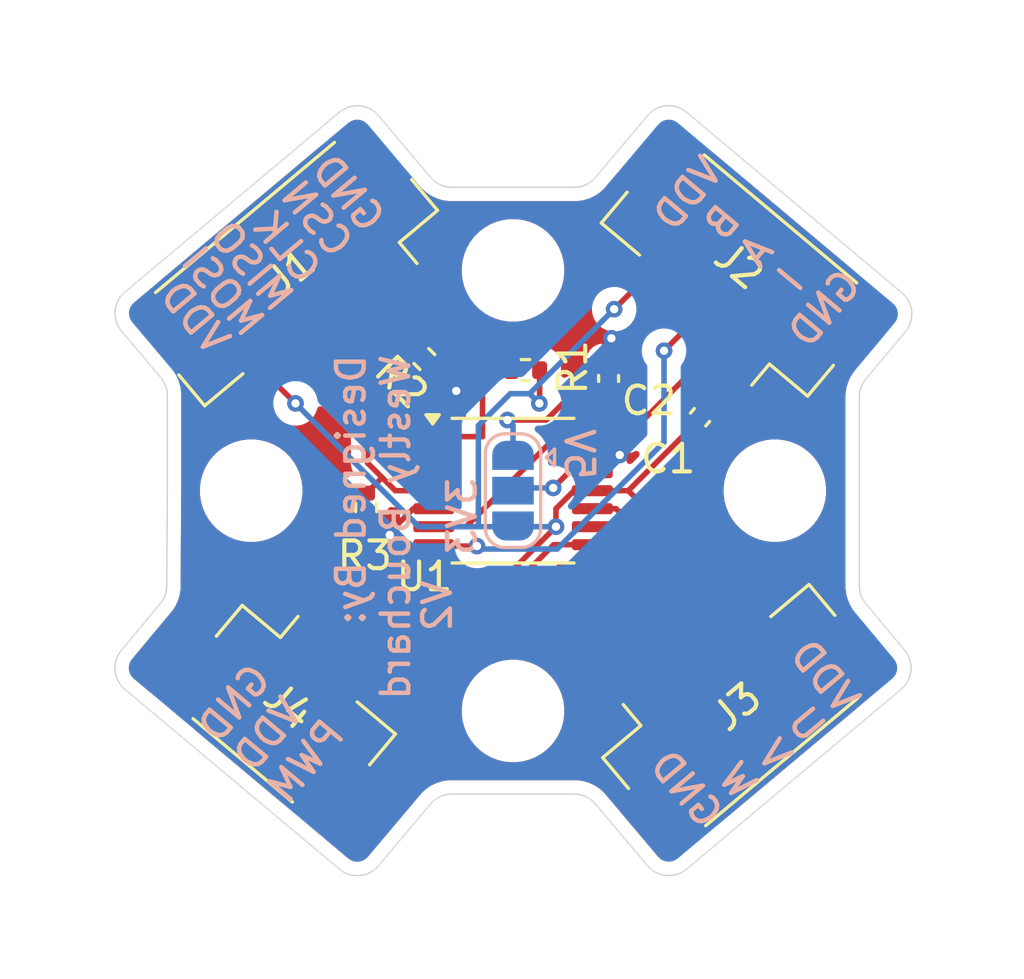
<source format=kicad_pcb>
(kicad_pcb (version 20241229) (generator "pcbnew") (generator_version "9.0")
  (layers (0 "F.Cu" signal) (2 "B.Cu" signal) (13 "F.Paste" user) (15 "B.Paste" user) (5 "F.SilkS" user "F.Silkscreen") (7 "B.SilkS" user "B.Silkscreen") (1 "F.Mask" user) (3 "B.Mask" user) (25 "Edge.Cuts" user))
  (net 0 "")
  (net 1 "GND")
  (net 2 "VDD")
  (net 3 "Net-(JP1-A)")
  (net 5 "Net-(J1-Pin_3)")
  (net 6 "Net-(J1-Pin_5)")
  (net 7 "Net-(J1-Pin_4)")
  (net 8 "Net-(J1-Pin_2)")
  (net 9 "Net-(J2-Pin_4)")
  (net 11 "Net-(J2-Pin_2)")
  (net 12 "Net-(J2-Pin_3)")
  (net 13 "Net-(J3-Pin_4)")
  (net 14 "Net-(J3-Pin_2)")
  (net 16 "Net-(J3-Pin_3)")
  (net 18 "Net-(JP1-C)")
  (footprint "Connector_JST:JST_GH_SM06B-GHS-TB_1x06-1MP_P1.25mm_Horizontal" (layer "F.Cu") (at 141.975 92.1 -140)
    (property "Reference" "J1" (at 0 0 220) (layer "F.SilkS"))
    (property "Value" "Conn_01x06_MountingPin")
    (fp_line (start 5.485 -0.26) (end 5.485 -1.71) (stroke (width 0.12)) (layer "F.SilkS"))
    (fp_line (start 5.485 -1.71) (end 3.685 -1.71) (stroke (width 0.12)) (layer "F.SilkS"))
    (fp_line (start -4.215 2.56) (end 4.215 2.56) (stroke (width 0.12)) (layer "F.SilkS"))
    (fp_line (start -3.685 -1.710001) (end -3.685 -2.7) (stroke (width 0.12)) (layer "F.SilkS"))
    (fp_line (start -5.485 -0.260001) (end -5.485 -1.71) (stroke (width 0.12)) (layer "F.SilkS"))
    (fp_line (start -5.485 -1.71) (end -3.685 -1.710001) (stroke (width 0.12)) (layer "F.SilkS"))
    (pad "1" smd roundrect (at -3.125 -1.85 220) (size 0.6 1.7) (layers "F.Cu" "F.Mask" "F.Paste") (net 1 "GND"))
    (pad "2" smd roundrect (at -1.875 -1.849999 220) (size 0.6 1.7) (layers "F.Cu" "F.Mask" "F.Paste") (net 8 "Net-(J1-Pin_2)"))
    (pad "3" smd roundrect (at -0.625 -1.85 220) (size 0.6 1.7) (layers "F.Cu" "F.Mask" "F.Paste") (net 5 "Net-(J1-Pin_3)"))
    (pad "4" smd roundrect (at 0.625 -1.849999 220) (size 0.6 1.7) (layers "F.Cu" "F.Mask" "F.Paste") (net 7 "Net-(J1-Pin_4)"))
    (pad "5" smd roundrect (at 1.875 -1.85 220) (size 0.6 1.7) (layers "F.Cu" "F.Mask" "F.Paste") (net 6 "Net-(J1-Pin_5)"))
    (pad "6" smd roundrect (at 3.125 -1.85 220) (size 0.6 1.7) (layers "F.Cu" "F.Mask" "F.Paste") (net 2 "VDD"))
    (pad "MP" smd roundrect (at -4.975 1.35 220) (size 1 2.7) (layers "F.Cu" "F.Mask" "F.Paste"))
    (pad "MP" smd roundrect (at 4.974999 1.35 220) (size 1 2.7) (layers "F.Cu" "F.Mask" "F.Paste"))
  )
  (footprint "Package_SO:TSSOP-14_4.4x5mm_P0.65mm" (layer "F.Cu") (at 150 100)
    (property "Reference" "U1" (at -3.2 3.1 0) (layer "F.SilkS"))
    (property "Value" "AS5047P")
    (fp_line (start 0 -2.61) (end -2.2 -2.61) (stroke (width 0.12)) (layer "F.SilkS"))
    (fp_line (start 0 -2.61) (end 2.2 -2.61) (stroke (width 0.12)) (layer "F.SilkS"))
    (fp_line (start 0 2.61) (end -2.2 2.61) (stroke (width 0.12)) (layer "F.SilkS"))
    (fp_line (start 0 2.61) (end 2.2 2.61) (stroke (width 0.12)) (layer "F.SilkS"))
    (fp_poly (pts (xy -2.9 -2.41) (xy -3.14 -2.74) (xy -2.66 -2.74)) (stroke (width 0.12)) (fill yes) (layer "F.SilkS"))
    (pad "1" smd roundrect (at -2.8625 -1.95) (size 1.475 0.4) (layers "F.Cu" "F.Mask" "F.Paste") (net 8 "Net-(J1-Pin_2)"))
    (pad "2" smd roundrect (at -2.8625 -1.3) (size 1.475 0.4) (layers "F.Cu" "F.Mask" "F.Paste") (net 5 "Net-(J1-Pin_3)"))
    (pad "3" smd roundrect (at -2.8625 -0.65) (size 1.475 0.4) (layers "F.Cu" "F.Mask" "F.Paste") (net 7 "Net-(J1-Pin_4)"))
    (pad "4" smd roundrect (at -2.8625 0) (size 1.475 0.4) (layers "F.Cu" "F.Mask" "F.Paste") (net 6 "Net-(J1-Pin_5)"))
    (pad "5" smd roundrect (at -2.8625 0.65) (size 1.475 0.4) (layers "F.Cu" "F.Mask" "F.Paste") (net 1 "GND"))
    (pad "6" smd roundrect (at -2.8625 1.3) (size 1.475 0.4) (layers "F.Cu" "F.Mask" "F.Paste") (net 9 "Net-(J2-Pin_4)"))
    (pad "7" smd roundrect (at -2.8625 1.95) (size 1.475 0.4) (layers "F.Cu" "F.Mask" "F.Paste") (net 12 "Net-(J2-Pin_3)"))
    (pad "8" smd roundrect (at 2.8625 1.95) (size 1.475 0.4) (layers "F.Cu" "F.Mask" "F.Paste") (net 14 "Net-(J3-Pin_2)"))
    (pad "9" smd roundrect (at 2.8625 1.3) (size 1.475 0.4) (layers "F.Cu" "F.Mask" "F.Paste") (net 16 "Net-(J3-Pin_3)"))
    (pad "10" smd roundrect (at 2.8625 0.65) (size 1.475 0.4) (layers "F.Cu" "F.Mask" "F.Paste") (net 13 "Net-(J3-Pin_4)"))
    (pad "11" smd roundrect (at 2.8625 0) (size 1.475 0.4) (layers "F.Cu" "F.Mask" "F.Paste") (net 2 "VDD"))
    (pad "12" smd roundrect (at 2.8625 -0.65) (size 1.475 0.4) (layers "F.Cu" "F.Mask" "F.Paste") (net 18 "Net-(JP1-C)"))
    (pad "13" smd roundrect (at 2.8625 -1.3) (size 1.475 0.4) (layers "F.Cu" "F.Mask" "F.Paste") (net 1 "GND"))
    (pad "14" smd roundrect (at 2.8625 -1.95) (size 1.475 0.4) (layers "F.Cu" "F.Mask" "F.Paste") (net 11 "Net-(J2-Pin_2)"))
  )
  (footprint "Connector_JST:JST_GH_SM03B-GHS-TB_1x03-1MP_P1.25mm_Horizontal" (layer "F.Cu") (at 141.891836 107.771537 -40)
    (property "Reference" "J4" (at 0 0 320) (layer "F.SilkS"))
    (property "Value" "Conn_01x03_MountingPin")
    (fp_line (start -2.34 2.56) (end 2.34 2.56) (stroke (width 0.12)) (layer "F.SilkS"))
    (fp_line (start -3.61 -0.26) (end -3.61 -1.71) (stroke (width 0.12)) (layer "F.SilkS"))
    (fp_line (start -3.61 -1.71) (end -1.810001 -1.71) (stroke (width 0.12)) (layer "F.SilkS"))
    (fp_line (start -1.810001 -1.71) (end -1.81 -2.7) (stroke (width 0.12)) (layer "F.SilkS"))
    (fp_line (start 3.61 -0.26) (end 3.61 -1.71) (stroke (width 0.12)) (layer "F.SilkS"))
    (fp_line (start 3.61 -1.71) (end 1.81 -1.71) (stroke (width 0.12)) (layer "F.SilkS"))
    (pad "1" smd roundrect (at -1.25 -1.850001 320) (size 0.6 1.7) (layers "F.Cu" "F.Mask" "F.Paste") (net 1 "GND"))
    (pad "2" smd roundrect (at 0 -1.85 320) (size 0.6 1.7) (layers "F.Cu" "F.Mask" "F.Paste") (net 2 "VDD"))
    (pad "3" smd roundrect (at 1.25 -1.85 320) (size 0.6 1.7) (layers "F.Cu" "F.Mask" "F.Paste") (net 14 "Net-(J3-Pin_2)"))
    (pad "MP" smd roundrect (at -3.1 1.35 320) (size 1 2.7) (layers "F.Cu" "F.Mask" "F.Paste"))
    (pad "MP" smd roundrect (at 3.100001 1.35 320) (size 1 2.7) (layers "F.Cu" "F.Mask" "F.Paste"))
  )
  (footprint "Resistor_SMD:R_0402_1005Metric" (layer "F.Cu") (at 150.45 95.65 180)
    (property "Reference" "R1" (at -1.7 0.1 90) (layer "F.SilkS"))
    (property "Value" "10k")
    (fp_line (start -0.153641 0.38) (end 0.153641 0.38) (stroke (width 0.12)) (layer "F.SilkS"))
    (fp_line (start -0.153641 -0.38) (end 0.153641 -0.38) (stroke (width 0.12)) (layer "F.SilkS"))
    (pad "1" smd roundrect (at -0.51 0 180) (size 0.54 0.64) (layers "F.Cu" "F.Mask" "F.Paste") (net 2 "VDD"))
    (pad "2" smd roundrect (at 0.51 0 180) (size 0.54 0.64) (layers "F.Cu" "F.Mask" "F.Paste") (net 8 "Net-(J1-Pin_2)"))
  )
  (footprint "Resistor_SMD:R_0402_1005Metric" (layer "F.Cu") (at 146.8 95.25 135)
    (property "Reference" "R2" (at -0.000001 -1.169998 135) (layer "F.SilkS"))
    (property "Value" "10k")
    (fp_line (start -0.153642 -0.379999) (end 0.153642 -0.379999) (stroke (width 0.12)) (layer "F.SilkS"))
    (fp_line (start -0.153642 0.379999) (end 0.153642 0.379999) (stroke (width 0.12)) (layer "F.SilkS"))
    (pad "1" smd roundrect (at -0.510001 -0.000001 135) (size 0.54 0.64) (layers "F.Cu" "F.Mask" "F.Paste") (net 1 "GND"))
    (pad "2" smd roundrect (at 0.510001 0.000001 135) (size 0.54 0.64) (layers "F.Cu" "F.Mask" "F.Paste") (net 5 "Net-(J1-Pin_3)"))
  )
  (footprint "Connector_JST:JST_GH_SM05B-GHS-TB_1x05-1MP_P1.25mm_Horizontal" (layer "F.Cu") (at 158.008165 92.153464 140)
    (property "Reference" "J2" (at 0.06186 0.30708 140) (layer "F.SilkS"))
    (property "Value" "Conn_01x05_MountingPin")
    (fp_line (start 4.86 -1.709999) (end 3.06 -1.71) (stroke (width 0.12)) (layer "F.SilkS"))
    (fp_line (start 4.86 -0.26) (end 4.86 -1.709999) (stroke (width 0.12)) (layer "F.SilkS"))
    (fp_line (start -3.06 -1.71) (end -3.06 -2.700001) (stroke (width 0.12)) (layer "F.SilkS"))
    (fp_line (start -4.86 -1.71) (end -3.06 -1.71) (stroke (width 0.12)) (layer "F.SilkS"))
    (fp_line (start -4.86 -0.26) (end -4.86 -1.71) (stroke (width 0.12)) (layer "F.SilkS"))
    (fp_line (start -3.59 2.560001) (end 3.59 2.56) (stroke (width 0.12)) (layer "F.SilkS"))
    (pad "1" smd roundrect (at -2.5 -1.850001 140) (size 0.6 1.7) (layers "F.Cu" "F.Mask" "F.Paste") (net 1 "GND"))
    (pad "2" smd roundrect (at -1.250001 -1.85 140) (size 0.6 1.7) (layers "F.Cu" "F.Mask" "F.Paste") (net 11 "Net-(J2-Pin_2)"))
    (pad "3" smd roundrect (at 0 -1.85 140) (size 0.6 1.7) (layers "F.Cu" "F.Mask" "F.Paste") (net 12 "Net-(J2-Pin_3)"))
    (pad "4" smd roundrect (at 1.25 -1.85 140) (size 0.6 1.7) (layers "F.Cu" "F.Mask" "F.Paste") (net 9 "Net-(J2-Pin_4)"))
    (pad "5" smd roundrect (at 2.499999 -1.85 140) (size 0.6 1.7) (layers "F.Cu" "F.Mask" "F.Paste") (net 2 "VDD"))
    (pad "MP" smd roundrect (at -4.35 1.35 140) (size 1 2.7) (layers "F.Cu" "F.Mask" "F.Paste"))
    (pad "MP" smd roundrect (at 4.35 1.35 140) (size 1 2.7) (layers "F.Cu" "F.Mask" "F.Paste"))
  )
  (footprint "MountingHole:MountingHole_3.2mm_M3" (layer "F.Cu") (at 140.55 100)
    (property "Reference" "H4" (hide yes))
    (property "Value" "MountingHole")
    (pad "" np_thru_hole circle (at 0 0) (size 3.2 3.2) (drill 3.2) (layers "*.Cu" "*.Mask"))
  )
  (footprint "MountingHole:MountingHole_3.2mm_M3" (layer "F.Cu") (at 150 92.05)
    (property "Reference" "H2" (hide yes))
    (property "Value" "MountingHole")
    (pad "" np_thru_hole circle (at 0 0) (size 3.2 3.2) (drill 3.2) (layers "*.Cu" "*.Mask"))
  )
  (footprint "Resistor_SMD:R_0402_1005Metric" (layer "F.Cu") (at 144.7 100.6 90)
    (property "Reference" "R3" (at -1.74 -0.05 180) (layer "F.SilkS"))
    (property "Value" "10k")
    (fp_line (start -0.153641 -0.38) (end 0.153641 -0.38) (stroke (width 0.12)) (layer "F.SilkS"))
    (fp_line (start -0.153641 0.38) (end 0.153641 0.38) (stroke (width 0.12)) (layer "F.SilkS"))
    (pad "1" smd roundrect (at -0.51 0 90) (size 0.54 0.64) (layers "F.Cu" "F.Mask" "F.Paste") (net 1 "GND"))
    (pad "2" smd roundrect (at 0.51 0 90) (size 0.54 0.64) (layers "F.Cu" "F.Mask" "F.Paste") (net 6 "Net-(J1-Pin_5)"))
  )
  (footprint "Connector_JST:JST_GH_SM05B-GHS-TB_1x05-1MP_P1.25mm_Horizontal" (layer "F.Cu") (at 158.058165 107.821536 40)
    (property "Reference" "J3" (at 0.026739 -0.005676 40) (layer "F.SilkS"))
    (property "Value" "Conn_01x05_MountingPin")
    (fp_line (start -4.86 -1.71) (end -3.06 -1.71) (stroke (width 0.12)) (layer "F.SilkS"))
    (fp_line (start -4.86 -0.26) (end -4.86 -1.71) (stroke (width 0.12)) (layer "F.SilkS"))
    (fp_line (start -3.06 -1.71) (end -3.06 -2.7) (stroke (width 0.12)) (layer "F.SilkS"))
    (fp_line (start -3.59 2.56) (end 3.59 2.56) (stroke (width 0.12)) (layer "F.SilkS"))
    (fp_line (start 4.86 -1.71) (end 3.06 -1.71) (stroke (width 0.12)) (layer "F.SilkS"))
    (fp_line (start 4.86 -0.26) (end 4.86 -1.71) (stroke (width 0.12)) (layer "F.SilkS"))
    (pad "1" smd roundrect (at -2.5 -1.85 40) (size 0.6 1.7) (layers "F.Cu" "F.Mask" "F.Paste") (net 1 "GND"))
    (pad "2" smd roundrect (at -1.25 -1.85 40) (size 0.6 1.7) (layers "F.Cu" "F.Mask" "F.Paste") (net 14 "Net-(J3-Pin_2)"))
    (pad "3" smd roundrect (at 0 -1.85 40) (size 0.6 1.7) (layers "F.Cu" "F.Mask" "F.Paste") (net 16 "Net-(J3-Pin_3)"))
    (pad "4" smd roundrect (at 1.25 -1.850001 40) (size 0.6 1.7) (layers "F.Cu" "F.Mask" "F.Paste") (net 13 "Net-(J3-Pin_4)"))
    (pad "5" smd roundrect (at 2.5 -1.85 40) (size 0.6 1.7) (layers "F.Cu" "F.Mask" "F.Paste") (net 2 "VDD"))
    (pad "MP" smd roundrect (at -4.35 1.35 40) (size 1 2.7) (layers "F.Cu" "F.Mask" "F.Paste"))
    (pad "MP" smd roundrect (at 4.35 1.35 40) (size 1 2.7) (layers "F.Cu" "F.Mask" "F.Paste"))
  )
  (footprint "Capacitor_SMD:C_0402_1005Metric" (layer "F.Cu") (at 156.75 97.35 50)
    (property "Reference" "C1" (at -1.888272 0.08323 0) (layer "F.SilkS"))
    (property "Value" "100nF")
    (fp_line (start -0.107837 -0.36) (end 0.107836 -0.36) (stroke (width 0.12)) (layer "F.SilkS"))
    (fp_line (start -0.107836 0.36) (end 0.107837 0.36) (stroke (width 0.12)) (layer "F.SilkS"))
    (pad "1" smd roundrect (at -0.48 0 50) (size 0.56 0.62) (layers "F.Cu" "F.Mask" "F.Paste") (net 2 "VDD"))
    (pad "2" smd roundrect (at 0.48 0 50) (size 0.56 0.62) (layers "F.Cu" "F.Mask" "F.Paste") (net 1 "GND"))
  )
  (footprint "Capacitor_SMD:C_0402_1005Metric" (layer "F.Cu") (at 153.45 95.95 90)
    (property "Reference" "C2" (at -0.8 1.45 0) (layer "F.SilkS"))
    (property "Value" "1uF")
    (fp_line (start -0.107837 -0.36) (end 0.107836 -0.36) (stroke (width 0.12)) (layer "F.SilkS"))
    (fp_line (start -0.107836 0.36) (end 0.107837 0.36) (stroke (width 0.12)) (layer "F.SilkS"))
    (pad "1" smd roundrect (at -0.48 0 90) (size 0.56 0.62) (layers "F.Cu" "F.Mask" "F.Paste") (net 3 "Net-(JP1-A)"))
    (pad "2" smd roundrect (at 0.48 0 90) (size 0.56 0.62) (layers "F.Cu" "F.Mask" "F.Paste") (net 1 "GND"))
  )
  (footprint "MountingHole:MountingHole_3.2mm_M3" (layer "F.Cu") (at 150 107.95)
    (property "Reference" "H1" (hide yes))
    (property "Value" "MountingHole")
    (pad "" np_thru_hole circle (at 0 0) (size 3.2 3.2) (drill 3.2) (layers "*.Cu" "*.Mask"))
  )
  (footprint "MountingHole:MountingHole_3.2mm_M3" (layer "F.Cu") (at 159.45 100)
    (property "Reference" "H3" (hide yes))
    (property "Value" "MountingHole")
    (pad "" np_thru_hole circle (at 0 0) (size 3.2 3.2) (drill 3.2) (layers "*.Cu" "*.Mask"))
  )
  (footprint "Jumper:SolderJumper-3_P1.3mm_Open_RoundedPad1.0x1.5mm" (layer "B.Cu") (at 150 100 -90)
    (property "Reference" "JP1" (hide yes))
    (property "Value" "SolderJumper_3_Bridged12")
    (fp_line (start -1.4 1) (end 1.4 1) (stroke (width 0.12)) (layer "B.SilkS"))
    (fp_line (start 2.05 0.3) (end 2.05 -0.3) (stroke (width 0.12)) (layer "B.SilkS"))
    (fp_line (start -2.05 -0.3) (end -2.05 0.3) (stroke (width 0.12)) (layer "B.SilkS"))
    (fp_line (start 1.4 -1) (end -1.4 -1) (stroke (width 0.12)) (layer "B.SilkS"))
    (fp_line (start -1.2 -1.2) (end -1.5 -1.5) (stroke (width 0.12)) (layer "B.SilkS"))
    (fp_line (start -1.2 -1.2) (end -0.9 -1.5) (stroke (width 0.12)) (layer "B.SilkS"))
    (fp_line (start -1.5 -1.5) (end -0.9 -1.5) (stroke (width 0.12)) (layer "B.SilkS"))
    (fp_arc (start -1.35 1) (mid -1.844975 0.794975) (end -2.05 0.3) (stroke (width 0.12)) (layer "B.SilkS"))
    (fp_arc (start 2.05 0.3) (mid 1.844975 0.794975) (end 1.35 1) (stroke (width 0.12)) (layer "B.SilkS"))
    (fp_arc (start -2.05 -0.3) (mid -1.844975 -0.794975) (end -1.35 -1) (stroke (width 0.12)) (layer "B.SilkS"))
    (fp_arc (start 1.35 -1) (mid 1.844975 -0.794975) (end 2.05 -0.3) (stroke (width 0.12)) (layer "B.SilkS"))
    (pad "1" smd custom (at -1.3 0 270) (size 1 0.5) (layers "B.Cu" "B.Mask") (net 3 "Net-(JP1-A)") (options (clearance outline) (anchor rect)) (primitives (gr_circle (center 0 -0.25) (end 0.5 -0.25) (width 0) (fill yes)) (gr_circle (center 0 0.25) (end 0.5 0.25) (width 0) (fill yes)) (gr_poly (pts (xy 0.55 -0.75) (xy 0 -0.75) (xy 0 0.75) (xy 0.55 0.75)) (width 0) (fill yes))))
    (pad "2" smd rect (at 0 0 270) (size 1 1.5) (layers "B.Cu" "B.Mask") (net 18 "Net-(JP1-C)"))
    (pad "3" smd custom (at 1.3 0 270) (size 1 0.5) (layers "B.Cu" "B.Mask") (net 2 "VDD") (options (clearance outline) (anchor rect)) (primitives (gr_circle (center 0 -0.25) (end 0.5 -0.25) (width 0) (fill yes)) (gr_circle (center 0 0.25) (end 0.5 0.25) (width 0) (fill yes)) (gr_poly (pts (xy 0 -0.75) (xy -0.55 -0.75) (xy -0.55 0.75) (xy 0 0.75)) (width 0) (fill yes))))
  )
  (gr_line (start 137.502361 103.441165) (end 137.524978 100.00329) (stroke (width 0.05)) (layer "Edge.Cuts"))
  (gr_arc (start 147.789817 89.05) (mid 147.368305 88.956831) (end 147.02535 88.694663) (stroke (width 0.05)) (layer "Edge.Cuts"))
  (gr_line (start 164.010181 107.166128) (end 156.26411 113.659466) (stroke (width 0.05)) (layer "Edge.Cuts"))
  (gr_line (start 137.289184 95.920609) (end 135.872179 94.241766) (stroke (width 0.05)) (layer "Edge.Cuts"))
  (gr_arc (start 156.26411 113.659466) (mid 155.535519 113.889383) (end 154.857226 113.537772) (stroke (width 0.05)) (layer "Edge.Cuts"))
  (gr_arc (start 152.97465 88.694663) (mid 152.63169 88.956825) (end 152.210183 89.05) (stroke (width 0.05)) (layer "Edge.Cuts"))
  (gr_line (start 147.789817 89.05) (end 152.210183 89.05) (stroke (width 0.05)) (layer "Edge.Cuts"))
  (gr_arc (start 143.73589 86.340534) (mid 144.464484 86.11061) (end 145.142774 86.462228) (stroke (width 0.05)) (layer "Edge.Cuts"))
  (gr_line (start 152.97465 88.694663) (end 154.857062 86.462422) (stroke (width 0.05)) (layer "Edge.Cuts"))
  (gr_line (start 152.210183 110.95) (end 147.789817 110.95) (stroke (width 0.05)) (layer "Edge.Cuts"))
  (gr_line (start 145.142774 86.462228) (end 147.02535 88.694663) (stroke (width 0.05)) (layer "Edge.Cuts"))
  (gr_arc (start 164.135409 105.758896) (mid 164.363829 106.488411) (end 164.010181 107.166128) (stroke (width 0.05)) (layer "Edge.Cuts"))
  (gr_arc (start 135.872179 94.241766) (mid 135.640096 93.510822) (end 135.993945 92.830412) (stroke (width 0.05)) (layer "Edge.Cuts"))
  (gr_arc (start 152.210183 110.95) (mid 152.631695 111.043169) (end 152.97465 111.305337) (stroke (width 0.05)) (layer "Edge.Cuts"))
  (gr_line (start 137.525 99.996711) (end 137.525 96.565608) (stroke (width 0.05)) (layer "Edge.Cuts"))
  (gr_line (start 154.857226 113.537772) (end 152.97465 111.305337) (stroke (width 0.05)) (layer "Edge.Cuts"))
  (gr_line (start 143.73589 113.659466) (end 135.989819 107.166128) (stroke (width 0.05)) (layer "Edge.Cuts"))
  (gr_arc (start 137.525 99.996711) (mid 137.524994 100.000001) (end 137.524978 100.00329) (stroke (width 0.05)) (layer "Edge.Cuts"))
  (gr_arc (start 135.989819 107.166128) (mid 135.636178 106.488417) (end 135.864591 105.758896) (stroke (width 0.05)) (layer "Edge.Cuts"))
  (gr_line (start 164.159329 94.26602) (end 162.732923 95.971505) (stroke (width 0.05)) (layer "Edge.Cuts"))
  (gr_arc (start 137.502361 103.441165) (mid 137.441374 103.778526) (end 137.270026 104.075463) (stroke (width 0.05)) (layer "Edge.Cuts"))
  (gr_line (start 156.264142 86.340893) (end 164.034864 92.858273) (stroke (width 0.05)) (layer "Edge.Cuts"))
  (gr_arc (start 145.142774 113.537772) (mid 144.464484 113.889389) (end 143.73589 113.659466) (stroke (width 0.05)) (layer "Edge.Cuts"))
  (gr_arc (start 162.5 96.61306) (mid 162.560033 96.271795) (end 162.732923 95.971505) (stroke (width 0.05)) (layer "Edge.Cuts"))
  (gr_arc (start 162.732356 104.078317) (mid 162.559882 103.778289) (end 162.5 103.43744) (stroke (width 0.05)) (layer "Edge.Cuts"))
  (gr_arc (start 147.02535 111.305337) (mid 147.36831 111.043175) (end 147.789817 110.95) (stroke (width 0.05)) (layer "Edge.Cuts"))
  (gr_line (start 147.02535 111.305337) (end 145.142774 113.537772) (stroke (width 0.05)) (layer "Edge.Cuts"))
  (gr_arc (start 154.857062 86.462422) (mid 155.53548 86.110794) (end 156.264142 86.340893) (stroke (width 0.05)) (layer "Edge.Cuts"))
  (gr_line (start 162.732356 104.078317) (end 164.135409 105.758896) (stroke (width 0.05)) (layer "Edge.Cuts"))
  (gr_line (start 162.5 96.61306) (end 162.5 103.43744) (stroke (width 0.05)) (layer "Edge.Cuts"))
  (gr_arc (start 137.289184 95.920609) (mid 137.464195 96.222231) (end 137.525 96.565608) (stroke (width 0.05)) (layer "Edge.Cuts"))
  (gr_line (start 135.864591 105.758896) (end 137.270026 104.075463) (stroke (width 0.05)) (layer "Edge.Cuts"))
  (gr_arc (start 164.034864 92.858273) (mid 164.388366 93.536394) (end 164.159329 94.26602) (stroke (width 0.05)) (layer "Edge.Cuts"))
  (gr_line (start 135.993945 92.830412) (end 143.73589 86.340534) (stroke (width 0.05)) (layer "Edge.Cuts"))
  (gr_text "VDD" (at 139.05 95.3 310) (layer "B.SilkS") (effects (font (size 1 1) (thickness 0.16)) (justify left bottom mirror)))
  (gr_text "MOSI" (at 140.3 94.65 310) (layer "B.SilkS") (effects (font (size 1 1) (thickness 0.16)) (justify left bottom mirror)))
  (gr_text "PWM" (at 144.1 108.8 50) (layer "B.SilkS") (effects (font (size 1 1) (thickness 0.16)) (justify left bottom mirror)))
  (gr_text "3V3" (at 148.75 99.45 90) (layer "B.SilkS") (effects (font (size 1 1) (thickness 0.16)) (justify left bottom mirror)))
  (gr_text "GND" (at 144.65 90.9 310) (layer "B.SilkS") (effects (font (size 1 1) (thickness 0.16)) (justify left bottom mirror)))
  (gr_text "VDD\nU\nV\nW\nGND" (at 156.85 112.4 310) (layer "B.SilkS") (effects (font (size 1 1) (thickness 0.16)) (justify left bottom mirror)))
  (gr_text "V2" (at 147.85 103.15 90) (layer "B.SilkS") (effects (font (size 1 1) (thickness 0.16)) (justify left bottom mirror)))
  (gr_text "5V" (at 151.8 99.7 270) (layer "B.SilkS") (effects (font (size 1 1) (thickness 0.16)) (justify left bottom mirror)))
  (gr_text "CLK" (at 142.35 92.75 310) (layer "B.SilkS") (effects (font (size 1 1) (thickness 0.16)) (justify left bottom mirror)))
  (gr_text "Designed By:\nWestly Bouchard" (at 146.35 95 90) (layer "B.SilkS") (effects (font (size 1 1) (thickness 0.16)) (justify left bottom mirror)))
  (gr_text "GND" (at 141.45 106.8 50) (layer "B.SilkS") (effects (font (size 1 1) (thickness 0.16)) (justify left bottom mirror)))
  (gr_text "MISO" (at 141.35 93.75 310) (layer "B.SilkS") (effects (font (size 1 1) (thickness 0.16)) (justify left bottom mirror)))
  (gr_text "CSN" (at 143.5 91.8 310) (layer "B.SilkS") (effects (font (size 1 1) (thickness 0.16)) (justify left bottom mirror)))
  (gr_text "VDD\nB\nA\nI\nGND" (at 161.7 93.8 50) (layer "B.SilkS") (effects (font (size 1 1) (thickness 0.16)) (justify bottom mirror)))
  (gr_text "VDD" (at 142.6 108 50) (layer "B.SilkS") (effects (font (size 1 1) (thickness 0.16)) (justify left bottom mirror)))
  (segment (start 152.8625 98.7) (end 153.840996 98.7) (width 0.2) (layer "F.Cu") (net 1))
  (segment (start 145.06 101.11) (end 145.55 101.6) (width 0.2) (layer "F.Cu") (net 1))
  (segment (start 147.160625 95.610626) (end 147.95 96.4) (width 0.2) (layer "F.Cu") (net 1))
  (segment (start 144.7 101.11) (end 145.06 101.11) (width 0.2) (layer "F.Cu") (net 1))
  (segment (start 146.400001 100.65) (end 147.1375 100.65) (width 0.2) (layer "F.Cu") (net 1))
  (segment (start 145.7 101.45) (end 145.55 101.6) (width 0.2) (layer "F.Cu") (net 1))
  (segment (start 145.55 101.6) (end 145.55 101.500001) (width 0.2) (layer "F.Cu") (net 1))
  (segment (start 153.45 94.6) (end 153.55 94.5) (width 0.2) (layer "F.Cu") (net 1))
  (segment (start 153.45 95.47) (end 153.45 94.6) (width 0.2) (layer "F.Cu") (net 1))
  (segment (start 145.55 101.500001) (end 146.400001 100.65) (width 0.2) (layer "F.Cu") (net 1))
  (segment (start 153.840996 98.7) (end 153.852354 98.711358) (width 0.2) (layer "F.Cu") (net 1))
  (via (at 153.55 94.5) (size 0.6) (drill 0.3) (layers "F.Cu" "B.Cu") (net 1))
  (via (at 153.852354 98.711358) (size 0.6) (drill 0.3) (layers "F.Cu" "B.Cu") (net 1))
  (via (at 145.55 101.6) (size 0.6) (drill 0.3) (layers "F.Cu" "B.Cu") (net 1))
  (via (at 147.95 96.4) (size 0.6) (drill 0.3) (layers "F.Cu" "B.Cu") (net 1))
  (segment (start 152.2 100) (end 151.55 100.65) (width 0.2) (layer "F.Cu") (net 2))
  (segment (start 150.96 95.65) (end 150.96 96.84) (width 0.2) (layer "F.Cu") (net 2))
  (segment (start 154.903897 92.196103) (end 153.65 93.45) (width 0.2) (layer "F.Cu") (net 2))
  (segment (start 152.8625 100) (end 152.2 100) (width 0.2) (layer "F.Cu") (net 2))
  (segment (start 140.770268 95.525894) (end 140.825894 95.525894) (width 0.2) (layer "F.Cu") (net 2))
  (segment (start 143.080993 106.354355) (end 145.635348 103.8) (width 0.2) (layer "F.Cu") (net 2))
  (segment (start 150.96 96.84) (end 150.95 96.85) (width 0.2) (layer "F.Cu") (net 2))
  (segment (start 154.159163 100) (end 152.8625 100) (width 0.2) (layer "F.Cu") (net 2))
  (segment (start 156.25184 102.092677) (end 154.159163 100) (width 0.2) (layer "F.Cu") (net 2))
  (segment (start 151.55 100.65) (end 151.55 101.3) (width 0.2) (layer "F.Cu") (net 2))
  (segment (start 156.25184 102.265106) (end 156.25184 102.092677) (width 0.2) (layer "F.Cu") (net 2))
  (segment (start 158.784119 104.797385) (end 158.784119 104.734119) (width 0.2) (layer "F.Cu") (net 2))
  (segment (start 156.441462 97.717701) (end 154.159163 100) (width 0.2) (layer "F.Cu") (net 2))
  (segment (start 149.05 103.8) (end 151.55 101.3) (width 0.2) (layer "F.Cu") (net 2))
  (segment (start 154.903897 91.963678) (end 154.903897 92.196103) (width 0.2) (layer "F.Cu") (net 2))
  (segment (start 145.635348 103.8) (end 149.05 103.8) (width 0.2) (layer "F.Cu") (net 2))
  (segment (start 158.784119 104.797385) (end 156.25184 102.265106) (width 0.2) (layer "F.Cu") (net 2))
  (segment (start 140.825894 95.525894) (end 142.15 96.85) (width 0.2) (layer "F.Cu") (net 2))
  (via (at 151.55 101.3) (size 0.6) (drill 0.3) (layers "F.Cu" "B.Cu") (net 2))
  (via (at 142.15 96.85) (size 0.6) (drill 0.3) (layers "F.Cu" "B.Cu") (net 2))
  (via (at 150.95 96.85) (size 0.6) (drill 0.3) (layers "F.Cu" "B.Cu") (net 2))
  (via (at 153.65 93.45) (size 0.6) (drill 0.3) (layers "F.Cu" "B.Cu") (net 2))
  (segment (start 149.550029 96.850029) (end 148.75 97.650057) (width 0.2) (layer "B.Cu") (net 2))
  (segment (start 146.6 101.3) (end 148.75 101.3) (width 0.2) (layer "B.Cu") (net 2))
  (segment (start 148.75 97.650057) (end 148.75 101.3) (width 0.2) (layer "B.Cu") (net 2))
  (segment (start 142.15 96.85) (end 146.6 101.3) (width 0.2) (layer "B.Cu") (net 2))
  (segment (start 150.6 96.5) (end 150.95 96.85) (width 0.2) (layer "B.Cu") (net 2))
  (segment (start 148.75 101.3) (end 150 101.3) (width 0.2) (layer "B.Cu") (net 2))
  (segment (start 151.55 101.3) (end 150 101.3) (width 0.2) (layer "B.Cu") (net 2))
  (segment (start 150.6 96.5) (end 149.900057 96.5) (width 0.2) (layer "B.Cu") (net 2))
  (segment (start 153.65 93.45) (end 150.6 96.5) (width 0.2) (layer "B.Cu") (net 2))
  (segment (start 149.900057 96.5) (end 149.550029 96.850029) (width 0.2) (layer "B.Cu") (net 2))
  (segment (start 153.45 96.43) (end 152.219943 96.43) (width 0.2) (layer "F.Cu") (net 3))
  (segment (start 152.219943 96.43) (end 151.199943 97.45) (width 0.2) (layer "F.Cu") (net 3))
  (segment (start 151.199943 97.45) (end 149.8 97.45) (width 0.2) (layer "F.Cu") (net 3))
  (via (at 149.8 97.45) (size 0.6) (drill 0.3) (layers "F.Cu" "B.Cu") (net 3))
  (segment (start 150 97.65) (end 149.8 97.45) (width 0.2) (layer "B.Cu") (net 3))
  (segment (start 150 98.7) (end 150 97.65) (width 0.2) (layer "B.Cu") (net 3))
  (segment (start 145.727495 95.122505) (end 145.960626 94.889374) (width 0.2) (layer "F.Cu") (net 5))
  (segment (start 145.960626 94.889374) (end 146.439375 94.889374) (width 0.2) (layer "F.Cu") (net 5))
  (segment (start 143.642935 93.11544) (end 145.65 95.122505) (width 0.2) (layer "F.Cu") (net 5))
  (segment (start 145.65 95.122505) (end 145.65 97.949999) (width 0.2) (layer "F.Cu") (net 5))
  (segment (start 145.65 97.949999) (end 146.400001 98.7) (width 0.2) (layer "F.Cu") (net 5))
  (segment (start 146.400001 98.7) (end 147.1375 98.7) (width 0.2) (layer "F.Cu") (net 5))
  (segment (start 145.65 95.122505) (end 145.727495 95.122505) (width 0.2) (layer "F.Cu") (net 5))
  (segment (start 141.727824 94.722409) (end 141.727824 94.727824) (width 0.2) (layer "F.Cu") (net 6))
  (segment (start 145.275 99.525) (end 145.75 100) (width 0.2) (layer "F.Cu") (net 6))
  (segment (start 144.7 100.09) (end 144.71 100.09) (width 0.2) (layer "F.Cu") (net 6))
  (segment (start 141.727824 94.727824) (end 144.75 97.75) (width 0.2) (layer "F.Cu") (net 6))
  (segment (start 144.75 97.75) (end 144.75 99) (width 0.2) (layer "F.Cu") (net 6))
  (segment (start 145.75 100) (end 147.1375 100) (width 0.2) (layer "F.Cu") (net 6))
  (segment (start 144.71 100.09) (end 145.275 99.525) (width 0.2) (layer "F.Cu") (net 6))
  (segment (start 144.75 99) (end 145.275 99.525) (width 0.2) (layer "F.Cu") (net 6))
  (segment (start 145.95 99.35) (end 147.1375 99.35) (width 0.2) (layer "F.Cu") (net 7))
  (segment (start 145.2 96.433545) (end 145.2 98.6) (width 0.2) (layer "F.Cu") (net 7))
  (segment (start 145.2 98.6) (end 145.95 99.35) (width 0.2) (layer "F.Cu") (net 7))
  (segment (start 142.685379 93.918924) (end 145.2 96.433545) (width 0.2) (layer "F.Cu") (net 7))
  (segment (start 148.9 95.65) (end 149.94 95.65) (width 0.2) (layer "F.Cu") (net 8))
  (segment (start 144.611955 92.311955) (end 145.8 93.5) (width 0.2) (layer "F.Cu") (net 8))
  (segment (start 144.60049 92.311955) (end 144.611955 92.311955) (width 0.2) (layer "F.Cu") (net 8))
  (segment (start 148.9 95.65) (end 148.9 98.05) (width 0.2) (layer "F.Cu") (net 8))
  (segment (start 145.8 93.5) (end 146.75 93.5) (width 0.2) (layer "F.Cu") (net 8))
  (segment (start 148.9 98.05) (end 147.1375 98.05) (width 0.2) (layer "F.Cu") (net 8))
  (segment (start 146.75 93.5) (end 148.9 95.65) (width 0.2) (layer "F.Cu") (net 8))
  (segment (start 154.25 97.1) (end 152.50513 97.1) (width 0.2) (layer "F.Cu") (net 9))
  (segment (start 152.50513 97.1) (end 148.30513 101.3) (width 0.2) (layer "F.Cu") (net 9))
  (segment (start 155.861452 92.767162) (end 154.95 93.678614) (width 0.2) (layer "F.Cu") (net 9))
  (segment (start 155.861452 92.767162) (end 155.861452 92.788548) (width 0.2) (layer "F.Cu") (net 9))
  (segment (start 154.25 94.4) (end 154.25 97.1) (width 0.2) (layer "F.Cu") (net 9))
  (segment (start 148.30513 101.3) (end 147.1375 101.3) (width 0.2) (layer "F.Cu") (net 9))
  (segment (start 154.95 93.7) (end 154.25 94.4) (width 0.2) (layer "F.Cu") (net 9))
  (segment (start 154.95 93.678614) (end 154.95 93.7) (width 0.2) (layer "F.Cu") (net 9))
  (segment (start 154.100695 98.05) (end 152.8625 98.05) (width 0.2) (layer "F.Cu") (net 11))
  (segment (start 157.776564 94.374131) (end 154.100695 98.05) (width 0.2) (layer "F.Cu") (net 11))
  (segment (start 147.1875 102) (end 147.1375 101.95) (width 0.2) (layer "F.Cu") (net 12))
  (segment (start 148.7 102) (end 147.1875 102) (width 0.2) (layer "F.Cu") (net 12))
  (segment (start 156.819008 93.570646) (end 156.819008 93.580992) (width 0.2) (layer "F.Cu") (net 12))
  (segment (start 156.819008 93.580992) (end 155.45 94.95) (width 0.2) (layer "F.Cu") (net 12))
  (via (at 148.7 102) (size 0.6) (drill 0.3) (layers "F.Cu" "B.Cu") (net 12))
  (via (at 155.45 94.95) (size 0.6) (drill 0.3) (layers "F.Cu" "B.Cu") (net 12))
  (segment (start 155.45 94.95) (end 155.45 98.249943) (width 0.2) (layer "B.Cu") (net 12))
  (segment (start 155.45 98.249943) (end 151.593943 102.106) (width 0.2) (layer "B.Cu") (net 12))
  (segment (start 151.593943 102.106) (end 148.806 102.106) (width 0.2) (layer "B.Cu") (net 12))
  (segment (start 148.806 102.106) (end 148.7 102) (width 0.2) (layer "B.Cu") (net 12))
  (segment (start 153.7171 100.65) (end 152.8625 100.65) (width 0.2) (layer "F.Cu") (net 13))
  (segment (start 157.826563 104.759463) (end 153.7171 100.65) (width 0.2) (layer "F.Cu") (net 13))
  (segment (start 157.826563 105.600869) (end 157.826563 104.759463) (width 0.2) (layer "F.Cu") (net 13))
  (segment (start 155.911452 107.207838) (end 152.8625 104.158886) (width 0.2) (layer "F.Cu") (net 14))
  (segment (start 146.259261 107.157839) (end 151.4671 101.95) (width 0.2) (layer "F.Cu") (net 14))
  (segment (start 144.038549 107.157839) (end 146.259261 107.157839) (width 0.2) (layer "F.Cu") (net 14))
  (segment (start 151.4671 101.95) (end 152.8625 101.95) (width 0.2) (layer "F.Cu") (net 14))
  (segment (start 152.8625 104.158886) (end 152.8625 101.95) (width 0.2) (layer "F.Cu") (net 14))
  (segment (start 155.5 103) (end 153.8 101.3) (width 0.2) (layer "F.Cu") (net 16))
  (segment (start 153.8 101.3) (end 152.8625 101.3) (width 0.2) (layer "F.Cu") (net 16))
  (segment (start 155.5 105.035346) (end 155.5 103) (width 0.2) (layer "F.Cu") (net 16))
  (segment (start 156.869008 106.404354) (end 155.5 105.035346) (width 0.2) (layer "F.Cu") (net 16))
  (segment (start 152.00147 99.35) (end 151.450735 99.900735) (width 0.2) (layer "F.Cu") (net 18))
  (segment (start 152.8625 99.35) (end 152.00147 99.35) (width 0.2) (layer "F.Cu") (net 18))
  (via (at 151.450735 99.900735) (size 0.6) (drill 0.3) (layers "F.Cu" "B.Cu") (net 18))
  (segment (start 150.099265 99.900735) (end 150 100) (width 0.2) (layer "B.Cu") (net 18))
  (segment (start 151.450735 99.900735) (end 150.099265 99.900735) (width 0.2) (layer "B.Cu") (net 18))
  (zone (net 1) (net_name "GND") (layers "F.Cu" "B.Cu") (connect_pads (clearance 0.5)) (min_thickness 0.25) (fill yes (thermal_gap 0.5) (thermal_bridge_width 0.5))
    (polygon (pts (xy 135.35 93.5) (xy 144.5 85.8) (xy 155.9 85.8) (xy 164.85 93.45) (xy 164.85 106.65) (xy 155.3 114.65) (xy 144 114.4) (xy 135 106.6)))
  )
)
</source>
